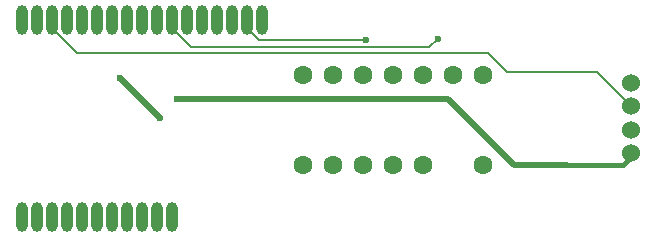
<source format=gbr>
%TF.GenerationSoftware,KiCad,Pcbnew,8.0.3*%
%TF.CreationDate,2024-07-01T08:39:21+09:00*%
%TF.ProjectId,Unit_LTP305G,556e6974-5f4c-4545-9033-3035472e6b69,rev?*%
%TF.SameCoordinates,Original*%
%TF.FileFunction,Copper,L2,Bot*%
%TF.FilePolarity,Positive*%
%FSLAX46Y46*%
G04 Gerber Fmt 4.6, Leading zero omitted, Abs format (unit mm)*
G04 Created by KiCad (PCBNEW 8.0.3) date 2024-07-01 08:39:21*
%MOMM*%
%LPD*%
G01*
G04 APERTURE LIST*
G04 Aperture macros list*
%AMRoundRect*
0 Rectangle with rounded corners*
0 $1 Rounding radius*
0 $2 $3 $4 $5 $6 $7 $8 $9 X,Y pos of 4 corners*
0 Add a 4 corners polygon primitive as box body*
4,1,4,$2,$3,$4,$5,$6,$7,$8,$9,$2,$3,0*
0 Add four circle primitives for the rounded corners*
1,1,$1+$1,$2,$3*
1,1,$1+$1,$4,$5*
1,1,$1+$1,$6,$7*
1,1,$1+$1,$8,$9*
0 Add four rect primitives between the rounded corners*
20,1,$1+$1,$2,$3,$4,$5,0*
20,1,$1+$1,$4,$5,$6,$7,0*
20,1,$1+$1,$6,$7,$8,$9,0*
20,1,$1+$1,$8,$9,$2,$3,0*%
G04 Aperture macros list end*
%TA.AperFunction,ComponentPad*%
%ADD10C,1.600000*%
%TD*%
%TA.AperFunction,ComponentPad*%
%ADD11C,1.524000*%
%TD*%
%TA.AperFunction,ComponentPad*%
%ADD12RoundRect,0.500000X-0.008000X0.750000X-0.008000X-0.750000X0.008000X-0.750000X0.008000X0.750000X0*%
%TD*%
%TA.AperFunction,ComponentPad*%
%ADD13RoundRect,0.500000X0.008000X-0.750000X0.008000X0.750000X-0.008000X0.750000X-0.008000X-0.750000X0*%
%TD*%
%TA.AperFunction,ViaPad*%
%ADD14C,0.600000*%
%TD*%
%TA.AperFunction,Conductor*%
%ADD15C,0.200000*%
%TD*%
%TA.AperFunction,Conductor*%
%ADD16C,0.400000*%
%TD*%
%TA.AperFunction,Conductor*%
%ADD17C,0.500000*%
%TD*%
G04 APERTURE END LIST*
D10*
%TO.P,U2,1,AN2*%
%TO.N,Net-(U2-AN2)*%
X132842000Y-71882000D03*
%TO.P,U2,2,CA1*%
%TO.N,Net-(U1-G43)*%
X135382000Y-71882000D03*
%TO.P,U2,3,CA3*%
%TO.N,Net-(U1-G42)*%
X137922000Y-71882000D03*
%TO.P,U2,4,CA4*%
%TO.N,Net-(U1-G44)*%
X140462000Y-71882000D03*
%TO.P,U2,5,AN1*%
%TO.N,Net-(U2-AN1)*%
X143002000Y-71882000D03*
%TO.P,U2,7,ANDE*%
%TO.N,Net-(U2-ANDE)*%
X148082000Y-71882000D03*
%TO.P,U2,8,AN3*%
%TO.N,Net-(U2-AN3)*%
X148082000Y-64262000D03*
%TO.P,U2,9,CA7*%
%TO.N,Net-(U1-G6)*%
X145542000Y-64262000D03*
%TO.P,U2,10,CA6*%
%TO.N,Net-(U1-G5)*%
X143002000Y-64262000D03*
%TO.P,U2,11,CA5*%
%TO.N,Net-(U1-G4)*%
X140462000Y-64262000D03*
%TO.P,U2,12,CA2*%
%TO.N,Net-(U1-G3)*%
X137922000Y-64262000D03*
%TO.P,U2,13,AN5*%
%TO.N,Net-(U2-AN5)*%
X135382000Y-64262000D03*
%TO.P,U2,14,AN4*%
%TO.N,Net-(U2-AN4)*%
X132842000Y-64262000D03*
%TD*%
D11*
%TO.P,J1,1,Pin_1*%
%TO.N,GND*%
X160655000Y-70897000D03*
%TO.P,J1,2,Pin_2*%
%TO.N,+5V*%
X160655000Y-68897000D03*
%TO.P,J1,3,Pin_3*%
%TO.N,Net-(J1-Pin_3)*%
X160655000Y-66897000D03*
%TO.P,J1,4,Pin_4*%
%TO.N,Net-(J1-Pin_4)*%
X160655000Y-64897000D03*
%TD*%
D12*
%TO.P,U1,1,G1*%
%TO.N,Net-(U1-G1)*%
X129362200Y-59599600D03*
%TO.P,U1,2,G2*%
%TO.N,Net-(U1-G2)*%
X128092200Y-59599600D03*
%TO.P,U1,3,G3*%
%TO.N,Net-(U1-G3)*%
X126822200Y-59599600D03*
%TO.P,U1,4,G4*%
%TO.N,Net-(U1-G4)*%
X125552200Y-59599600D03*
%TO.P,U1,5,G5*%
%TO.N,Net-(U1-G5)*%
X124282200Y-59599600D03*
%TO.P,U1,6,G6*%
%TO.N,Net-(U1-G6)*%
X123012200Y-59599600D03*
%TO.P,U1,7,G7*%
%TO.N,Net-(U1-G7)*%
X121742200Y-59599600D03*
%TO.P,U1,8,G8*%
%TO.N,unconnected-(U1-G8-Pad8)*%
X120472200Y-59599600D03*
%TO.P,U1,9,G9*%
%TO.N,unconnected-(U1-G9-Pad9)*%
X119202200Y-59599600D03*
%TO.P,U1,10,G10*%
%TO.N,unconnected-(U1-G10-Pad10)*%
X117932200Y-59599600D03*
%TO.P,U1,11,GND*%
%TO.N,GND*%
X116662200Y-59599600D03*
%TO.P,U1,12,G11*%
%TO.N,unconnected-(U1-G11-Pad12)*%
X115392200Y-59599600D03*
%TO.P,U1,13,5V*%
%TO.N,+5V*%
X114122200Y-59599600D03*
%TO.P,U1,14,G12*%
%TO.N,unconnected-(U1-G12-Pad14)*%
X112852200Y-59599600D03*
%TO.P,U1,15,G13/SDA*%
%TO.N,Net-(J1-Pin_3)*%
X111582200Y-59599600D03*
%TO.P,U1,16,G14*%
%TO.N,unconnected-(U1-G14-Pad16)*%
X110312200Y-59599600D03*
%TO.P,U1,17,G15/SCL*%
%TO.N,Net-(J1-Pin_4)*%
X109042200Y-59599600D03*
D13*
%TO.P,U1,18,GND*%
%TO.N,unconnected-(U1-GND-Pad18)*%
X109042200Y-76239600D03*
%TO.P,U1,19,G39*%
%TO.N,unconnected-(U1-G39-Pad19)*%
X110312200Y-76239600D03*
%TO.P,U1,20,G0*%
%TO.N,unconnected-(U1-G0-Pad20)*%
X111582200Y-76239600D03*
%TO.P,U1,21,G40*%
%TO.N,Net-(U1-G40)*%
X112852200Y-76239600D03*
%TO.P,U1,22,EN*%
%TO.N,unconnected-(U1-EN-Pad22)*%
X114122200Y-76239600D03*
%TO.P,U1,23,G41*%
%TO.N,Net-(U1-G41)*%
X115392200Y-76239600D03*
%TO.P,U1,24,G44*%
%TO.N,Net-(U1-G44)*%
X116662200Y-76239600D03*
%TO.P,U1,25,G42*%
%TO.N,Net-(U1-G42)*%
X117932200Y-76239600D03*
%TO.P,U1,26,G43*%
%TO.N,Net-(U1-G43)*%
X119202200Y-76239600D03*
%TO.P,U1,27,G46*%
%TO.N,Net-(U1-G46)*%
X120472200Y-76239600D03*
%TO.P,U1,28,3V3*%
%TO.N,unconnected-(U1-3V3-Pad28)*%
X121742200Y-76239600D03*
%TD*%
D14*
%TO.N,GND*%
X122174000Y-66294000D03*
%TO.N,+5V*%
X117348000Y-64516000D03*
X120732000Y-67900000D03*
%TO.N,Net-(U1-G7)*%
X144272000Y-61200000D03*
%TO.N,Net-(U1-G2)*%
X138176000Y-61300000D03*
%TD*%
D15*
%TO.N,Net-(J1-Pin_3)*%
X160655000Y-66875244D02*
X157787756Y-64008000D01*
X157787756Y-64008000D02*
X157226000Y-64008000D01*
X160655000Y-66897000D02*
X160655000Y-66875244D01*
X150126478Y-64008000D02*
X157226000Y-64008000D01*
D16*
%TO.N,GND*%
X155194000Y-71882000D02*
X159928000Y-71882000D01*
D17*
X145157910Y-66294000D02*
X150745910Y-71882000D01*
X150745910Y-71882000D02*
X155194000Y-71882000D01*
D16*
X159928000Y-71882000D02*
X160910000Y-70900000D01*
D17*
X122174000Y-66294000D02*
X145157910Y-66294000D01*
%TO.N,+5V*%
X120732000Y-67900000D02*
X117348000Y-64516000D01*
D15*
%TO.N,Net-(J1-Pin_3)*%
X111610000Y-60280000D02*
X113730000Y-62400000D01*
X148518478Y-62400000D02*
X150126478Y-64008000D01*
X113730000Y-62400000D02*
X148518478Y-62400000D01*
%TO.N,Net-(U1-G7)*%
X123390000Y-61900000D02*
X121770000Y-60280000D01*
X144272000Y-61200000D02*
X143572000Y-61900000D01*
X143572000Y-61900000D02*
X123390000Y-61900000D01*
%TO.N,Net-(U1-G2)*%
X138176000Y-61300000D02*
X129140000Y-61300000D01*
X129140000Y-61300000D02*
X128120000Y-60280000D01*
%TD*%
M02*

</source>
